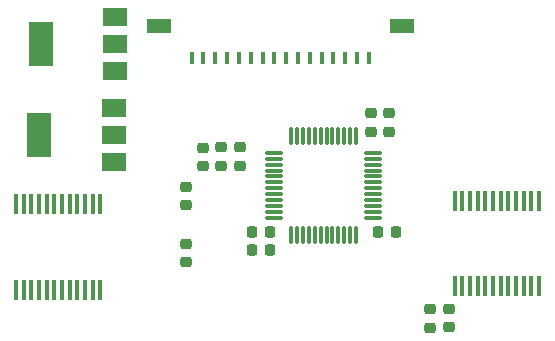
<source format=gbp>
G04 #@! TF.GenerationSoftware,KiCad,Pcbnew,7.0.1*
G04 #@! TF.CreationDate,2024-07-14T18:55:08+02:00*
G04 #@! TF.ProjectId,Gruzik2.0,4772757a-696b-4322-9e30-2e6b69636164,rev?*
G04 #@! TF.SameCoordinates,Original*
G04 #@! TF.FileFunction,Paste,Bot*
G04 #@! TF.FilePolarity,Positive*
%FSLAX46Y46*%
G04 Gerber Fmt 4.6, Leading zero omitted, Abs format (unit mm)*
G04 Created by KiCad (PCBNEW 7.0.1) date 2024-07-14 18:55:08*
%MOMM*%
%LPD*%
G01*
G04 APERTURE LIST*
G04 Aperture macros list*
%AMRoundRect*
0 Rectangle with rounded corners*
0 $1 Rounding radius*
0 $2 $3 $4 $5 $6 $7 $8 $9 X,Y pos of 4 corners*
0 Add a 4 corners polygon primitive as box body*
4,1,4,$2,$3,$4,$5,$6,$7,$8,$9,$2,$3,0*
0 Add four circle primitives for the rounded corners*
1,1,$1+$1,$2,$3*
1,1,$1+$1,$4,$5*
1,1,$1+$1,$6,$7*
1,1,$1+$1,$8,$9*
0 Add four rect primitives between the rounded corners*
20,1,$1+$1,$2,$3,$4,$5,0*
20,1,$1+$1,$4,$5,$6,$7,0*
20,1,$1+$1,$6,$7,$8,$9,0*
20,1,$1+$1,$8,$9,$2,$3,0*%
G04 Aperture macros list end*
%ADD10RoundRect,0.225000X0.250000X-0.225000X0.250000X0.225000X-0.250000X0.225000X-0.250000X-0.225000X0*%
%ADD11RoundRect,0.225000X0.225000X0.250000X-0.225000X0.250000X-0.225000X-0.250000X0.225000X-0.250000X0*%
%ADD12RoundRect,0.225000X-0.250000X0.225000X-0.250000X-0.225000X0.250000X-0.225000X0.250000X0.225000X0*%
%ADD13RoundRect,0.218750X-0.256250X0.218750X-0.256250X-0.218750X0.256250X-0.218750X0.256250X0.218750X0*%
%ADD14RoundRect,0.075000X-0.662500X-0.075000X0.662500X-0.075000X0.662500X0.075000X-0.662500X0.075000X0*%
%ADD15RoundRect,0.075000X-0.075000X-0.662500X0.075000X-0.662500X0.075000X0.662500X-0.075000X0.662500X0*%
%ADD16R,0.450000X1.750000*%
%ADD17R,2.000000X1.500000*%
%ADD18R,2.000000X3.800000*%
%ADD19RoundRect,0.225000X-0.225000X-0.250000X0.225000X-0.250000X0.225000X0.250000X-0.225000X0.250000X0*%
%ADD20R,0.400000X1.000000*%
%ADD21R,2.000000X1.300000*%
G04 APERTURE END LIST*
D10*
X96900000Y-148995000D03*
X96900000Y-147445000D03*
D11*
X99480000Y-156170000D03*
X97930000Y-156170000D03*
D12*
X114640000Y-161145000D03*
X114640000Y-162695000D03*
X92350000Y-155625000D03*
X92350000Y-157175000D03*
D13*
X93770000Y-147467500D03*
X93770000Y-149042500D03*
D10*
X109590000Y-146125000D03*
X109590000Y-144575000D03*
D14*
X99857500Y-153410000D03*
X99857500Y-152910000D03*
X99857500Y-152410000D03*
X99857500Y-151910000D03*
X99857500Y-151410000D03*
X99857500Y-150910000D03*
X99857500Y-150410000D03*
X99857500Y-149910000D03*
X99857500Y-149410000D03*
X99857500Y-148910000D03*
X99857500Y-148410000D03*
X99857500Y-147910000D03*
D15*
X101270000Y-146497500D03*
X101770000Y-146497500D03*
X102270000Y-146497500D03*
X102770000Y-146497500D03*
X103270000Y-146497500D03*
X103770000Y-146497500D03*
X104270000Y-146497500D03*
X104770000Y-146497500D03*
X105270000Y-146497500D03*
X105770000Y-146497500D03*
X106270000Y-146497500D03*
X106770000Y-146497500D03*
D14*
X108182500Y-147910000D03*
X108182500Y-148410000D03*
X108182500Y-148910000D03*
X108182500Y-149410000D03*
X108182500Y-149910000D03*
X108182500Y-150410000D03*
X108182500Y-150910000D03*
X108182500Y-151410000D03*
X108182500Y-151910000D03*
X108182500Y-152410000D03*
X108182500Y-152910000D03*
X108182500Y-153410000D03*
D15*
X106770000Y-154822500D03*
X106270000Y-154822500D03*
X105770000Y-154822500D03*
X105270000Y-154822500D03*
X104770000Y-154822500D03*
X104270000Y-154822500D03*
X103770000Y-154822500D03*
X103270000Y-154822500D03*
X102770000Y-154822500D03*
X102270000Y-154822500D03*
X101770000Y-154822500D03*
X101270000Y-154822500D03*
D10*
X95320000Y-149005000D03*
X95320000Y-147455000D03*
D16*
X85115000Y-159480000D03*
X84465000Y-159480000D03*
X83815000Y-159480000D03*
X83165000Y-159480000D03*
X82515000Y-159480000D03*
X81865000Y-159480000D03*
X81215000Y-159480000D03*
X80565000Y-159480000D03*
X79915000Y-159480000D03*
X79265000Y-159480000D03*
X78615000Y-159480000D03*
X77965000Y-159480000D03*
X77965000Y-152280000D03*
X78615000Y-152280000D03*
X79265000Y-152280000D03*
X79915000Y-152280000D03*
X80565000Y-152280000D03*
X81215000Y-152280000D03*
X81865000Y-152280000D03*
X82515000Y-152280000D03*
X83165000Y-152280000D03*
X83815000Y-152280000D03*
X84465000Y-152280000D03*
X85115000Y-152280000D03*
D11*
X99465000Y-154640000D03*
X97915000Y-154640000D03*
D17*
X86260000Y-144080000D03*
X86260000Y-146380000D03*
D18*
X79960000Y-146380000D03*
D17*
X86260000Y-148680000D03*
D19*
X108600000Y-154650000D03*
X110150000Y-154650000D03*
D20*
X92850000Y-139840000D03*
X93850000Y-139840000D03*
X94850000Y-139840000D03*
X95850000Y-139840000D03*
X96850000Y-139840000D03*
X97850000Y-139840000D03*
X98850000Y-139840000D03*
X99850000Y-139840000D03*
X100850000Y-139840000D03*
X101850000Y-139840000D03*
X102850000Y-139840000D03*
X103850000Y-139840000D03*
X104850000Y-139840000D03*
X105850000Y-139840000D03*
X106850000Y-139840000D03*
X107850000Y-139840000D03*
D21*
X90050000Y-137140000D03*
X110650000Y-137140000D03*
D12*
X113060000Y-161150000D03*
X113060000Y-162700000D03*
D17*
X86370000Y-136380000D03*
X86370000Y-138680000D03*
D18*
X80070000Y-138680000D03*
D17*
X86370000Y-140980000D03*
D10*
X108040000Y-146125000D03*
X108040000Y-144575000D03*
D16*
X115110000Y-151990000D03*
X115760000Y-151990000D03*
X116410000Y-151990000D03*
X117060000Y-151990000D03*
X117710000Y-151990000D03*
X118360000Y-151990000D03*
X119010000Y-151990000D03*
X119660000Y-151990000D03*
X120310000Y-151990000D03*
X120960000Y-151990000D03*
X121610000Y-151990000D03*
X122260000Y-151990000D03*
X122260000Y-159190000D03*
X121610000Y-159190000D03*
X120960000Y-159190000D03*
X120310000Y-159190000D03*
X119660000Y-159190000D03*
X119010000Y-159190000D03*
X118360000Y-159190000D03*
X117710000Y-159190000D03*
X117060000Y-159190000D03*
X116410000Y-159190000D03*
X115760000Y-159190000D03*
X115110000Y-159190000D03*
D12*
X92370000Y-150765000D03*
X92370000Y-152315000D03*
M02*

</source>
